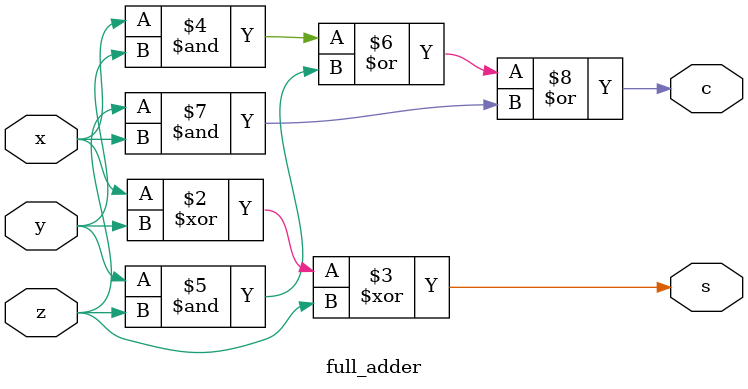
<source format=sv>
module full_adder(input x,y,z, output logic c,s);
	always_comb
	begin
		s=x^y^z;
		c=(x&y)|(y&z)|(z&x);
	end
endmodule

</source>
